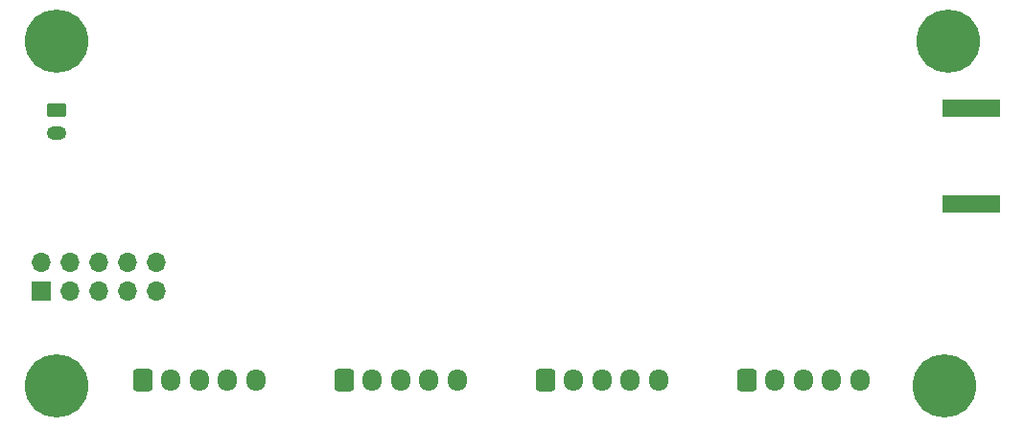
<source format=gbs>
%TF.GenerationSoftware,KiCad,Pcbnew,(6.0.1)*%
%TF.CreationDate,2022-03-10T11:46:57+01:00*%
%TF.ProjectId,ci-poc-board,63692d70-6f63-42d6-926f-6172642e6b69,rev?*%
%TF.SameCoordinates,Original*%
%TF.FileFunction,Soldermask,Bot*%
%TF.FilePolarity,Negative*%
%FSLAX46Y46*%
G04 Gerber Fmt 4.6, Leading zero omitted, Abs format (unit mm)*
G04 Created by KiCad (PCBNEW (6.0.1)) date 2022-03-10 11:46:57*
%MOMM*%
%LPD*%
G01*
G04 APERTURE LIST*
G04 Aperture macros list*
%AMRoundRect*
0 Rectangle with rounded corners*
0 $1 Rounding radius*
0 $2 $3 $4 $5 $6 $7 $8 $9 X,Y pos of 4 corners*
0 Add a 4 corners polygon primitive as box body*
4,1,4,$2,$3,$4,$5,$6,$7,$8,$9,$2,$3,0*
0 Add four circle primitives for the rounded corners*
1,1,$1+$1,$2,$3*
1,1,$1+$1,$4,$5*
1,1,$1+$1,$6,$7*
1,1,$1+$1,$8,$9*
0 Add four rect primitives between the rounded corners*
20,1,$1+$1,$2,$3,$4,$5,0*
20,1,$1+$1,$4,$5,$6,$7,0*
20,1,$1+$1,$6,$7,$8,$9,0*
20,1,$1+$1,$8,$9,$2,$3,0*%
G04 Aperture macros list end*
%ADD10RoundRect,0.250000X-0.600000X-0.725000X0.600000X-0.725000X0.600000X0.725000X-0.600000X0.725000X0*%
%ADD11O,1.700000X1.950000*%
%ADD12R,5.080000X1.500000*%
%ADD13C,5.600000*%
%ADD14R,1.700000X1.700000*%
%ADD15O,1.700000X1.700000*%
%ADD16RoundRect,0.250000X-0.625000X0.350000X-0.625000X-0.350000X0.625000X-0.350000X0.625000X0.350000X0*%
%ADD17O,1.750000X1.200000*%
G04 APERTURE END LIST*
D10*
X88900000Y-83312000D03*
D11*
X91400000Y-83312000D03*
X93900000Y-83312000D03*
X96400000Y-83312000D03*
X98900000Y-83312000D03*
D10*
X71120000Y-83312000D03*
D11*
X73620000Y-83312000D03*
X76120000Y-83312000D03*
X78620000Y-83312000D03*
X81120000Y-83312000D03*
D12*
X144272000Y-67750000D03*
X144272000Y-59250000D03*
D13*
X63500000Y-83820000D03*
X142240000Y-53340000D03*
X63500000Y-53340000D03*
D10*
X106680000Y-83312000D03*
D11*
X109180000Y-83312000D03*
X111680000Y-83312000D03*
X114180000Y-83312000D03*
X116680000Y-83312000D03*
D13*
X141957500Y-83820000D03*
D14*
X62225000Y-75443000D03*
D15*
X62225000Y-72903000D03*
X64765000Y-75443000D03*
X64765000Y-72903000D03*
X67305000Y-75443000D03*
X67305000Y-72903000D03*
X69845000Y-75443000D03*
X69845000Y-72903000D03*
X72385000Y-75443000D03*
X72385000Y-72903000D03*
D16*
X63500000Y-59452000D03*
D17*
X63500000Y-61452000D03*
D10*
X124460000Y-83312000D03*
D11*
X126960000Y-83312000D03*
X129460000Y-83312000D03*
X131960000Y-83312000D03*
X134460000Y-83312000D03*
M02*

</source>
